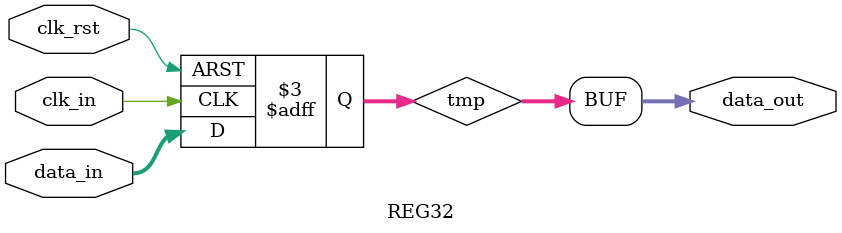
<source format=v>
`timescale 1ns / 1ps


module REG32(
    input clk_rst,
    input clk_in,
    input [31:0]data_in,
    output[31:0]data_out
);
reg [31:0]tmp;

always@(negedge clk_rst or posedge clk_in)
begin
    if(!clk_rst)
        tmp<=32'b0;
    else
        tmp<=data_in;
end

assign data_out=tmp;

endmodule

</source>
